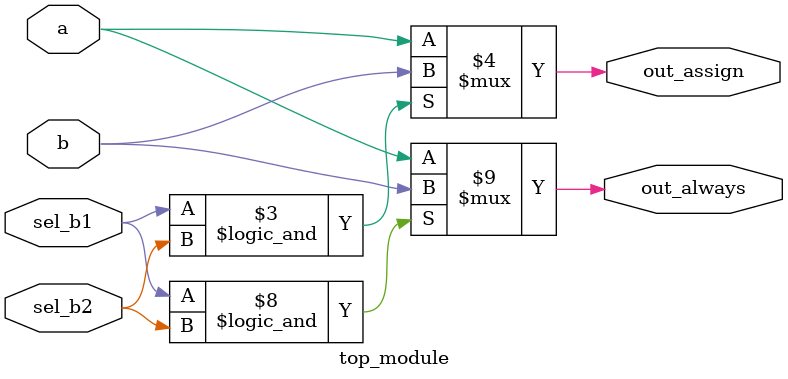
<source format=v>
module top_module(
    input a,
    input b,
    input sel_b1,
    input sel_b2,
    output wire out_assign,
    output reg out_always   ); 
    assign out_assign = ((sel_b1 == 1'b1)&&(sel_b2 == 1'b1))? b:a;
    always@(*) out_always = ((sel_b1 == 1'b1)&&(sel_b2 == 1'b1))? b:a;

endmodule

</source>
